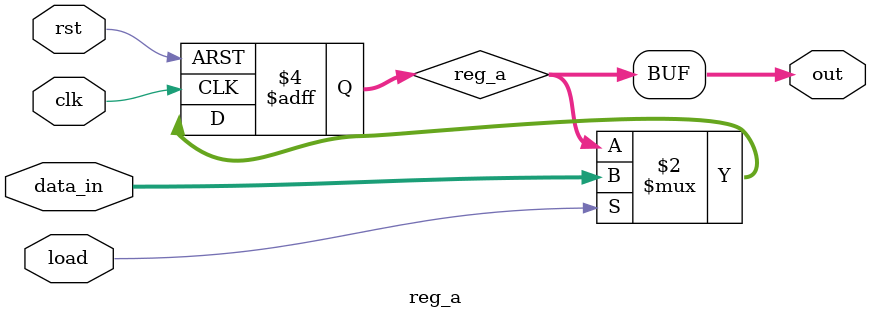
<source format=v>
`timescale 1ns / 1ps

module reg_a (
    input wire clk,
    input wire rst,
    input wire load,
    input wire [7:0] data_in,
    output wire [7:0] out
);
    reg [7:0] reg_a;
    
    always @(posedge clk, posedge rst) begin
        if (rst) begin
            reg_a <= 8'b0;
        end else if (load) begin
            reg_a <= data_in;
        end
    end
    
    assign out = reg_a;

endmodule
</source>
